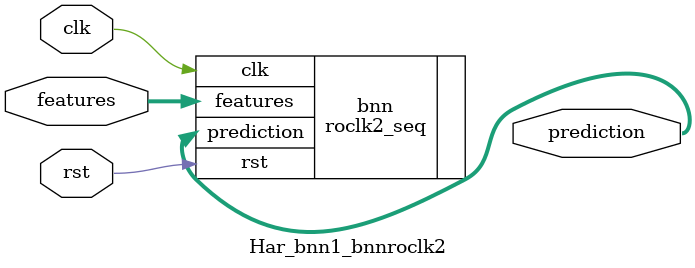
<source format=v>













module Har_bnn1_bnnroclk2 #(

parameter FEAT_CNT = 12,
parameter HIDDEN_CNT = 40,
parameter FEAT_BITS = 4,
parameter CLASS_CNT = 6,
parameter TEST_CNT = 1000


  ) (
  input clk,
  input rst,
  input [FEAT_CNT*FEAT_BITS-1:0] features,
  output [$clog2(CLASS_CNT)-1:0] prediction
  );

  localparam Weights0 = 480'b010011011001001100101101110001110010101011110010111001110001101001101010010011110101100110000101000100000111110100000001101110101101000110000001100100000001110000111111100111001110011001111010101000111100000011110011111011101000100111100110001101001001000110110111001011101011010111110100111000111100000011000000000100101111000110010101011010001100110101000100110101010101111011111000111000010110111000110001001110000010001100000101000000100100011000001101111001100001101000111001 ;
  localparam Weights1 = 240'b111001111101100000101111100101100010100011010110111111001010010101011010011101001110011111011110001101011100001000101010010101000110011010101101110010110100110101111111011000000011000110001111110000010111001001000101000010011100001111000100 ;

  roclk2_seq #(.FEAT_CNT(FEAT_CNT),.FEAT_BITS(FEAT_BITS),.HIDDEN_CNT(HIDDEN_CNT),.CLASS_CNT(CLASS_CNT),.Weights0(Weights0),.Weights1(Weights1)) bnn (
    .clk(clk),
    .rst(rst),
    .features(features),
    .prediction(prediction)
  );

endmodule

</source>
